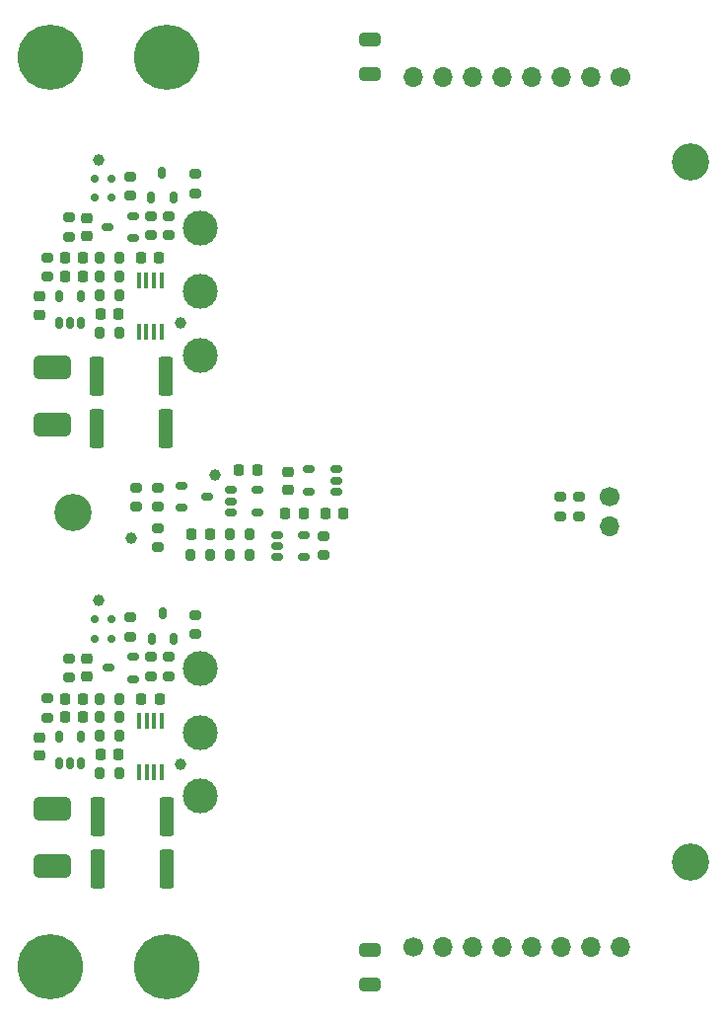
<source format=gbr>
%TF.GenerationSoftware,KiCad,Pcbnew,(6.0.1-0)*%
%TF.CreationDate,2024-02-14T13:59:27+01:00*%
%TF.ProjectId,dcload-power-board,64636c6f-6164-42d7-906f-7765722d626f,rev?*%
%TF.SameCoordinates,Original*%
%TF.FileFunction,Soldermask,Top*%
%TF.FilePolarity,Negative*%
%FSLAX46Y46*%
G04 Gerber Fmt 4.6, Leading zero omitted, Abs format (unit mm)*
G04 Created by KiCad (PCBNEW (6.0.1-0)) date 2024-02-14 13:59:27*
%MOMM*%
%LPD*%
G01*
G04 APERTURE LIST*
G04 Aperture macros list*
%AMRoundRect*
0 Rectangle with rounded corners*
0 $1 Rounding radius*
0 $2 $3 $4 $5 $6 $7 $8 $9 X,Y pos of 4 corners*
0 Add a 4 corners polygon primitive as box body*
4,1,4,$2,$3,$4,$5,$6,$7,$8,$9,$2,$3,0*
0 Add four circle primitives for the rounded corners*
1,1,$1+$1,$2,$3*
1,1,$1+$1,$4,$5*
1,1,$1+$1,$6,$7*
1,1,$1+$1,$8,$9*
0 Add four rect primitives between the rounded corners*
20,1,$1+$1,$2,$3,$4,$5,0*
20,1,$1+$1,$4,$5,$6,$7,0*
20,1,$1+$1,$6,$7,$8,$9,0*
20,1,$1+$1,$8,$9,$2,$3,0*%
G04 Aperture macros list end*
%ADD10C,3.000000*%
%ADD11RoundRect,0.150000X0.150000X-0.350000X0.150000X0.350000X-0.150000X0.350000X-0.150000X-0.350000X0*%
%ADD12RoundRect,0.200000X-0.275000X0.200000X-0.275000X-0.200000X0.275000X-0.200000X0.275000X0.200000X0*%
%ADD13RoundRect,0.200000X-0.200000X-0.275000X0.200000X-0.275000X0.200000X0.275000X-0.200000X0.275000X0*%
%ADD14C,1.000000*%
%ADD15R,0.450000X1.450000*%
%ADD16RoundRect,0.200000X0.275000X-0.200000X0.275000X0.200000X-0.275000X0.200000X-0.275000X-0.200000X0*%
%ADD17RoundRect,0.225000X-0.225000X-0.250000X0.225000X-0.250000X0.225000X0.250000X-0.225000X0.250000X0*%
%ADD18RoundRect,0.200000X0.200000X0.275000X-0.200000X0.275000X-0.200000X-0.275000X0.200000X-0.275000X0*%
%ADD19RoundRect,0.225000X-0.250000X0.225000X-0.250000X-0.225000X0.250000X-0.225000X0.250000X0.225000X0*%
%ADD20RoundRect,0.150000X0.150000X0.200000X-0.150000X0.200000X-0.150000X-0.200000X0.150000X-0.200000X0*%
%ADD21RoundRect,0.225000X0.225000X0.250000X-0.225000X0.250000X-0.225000X-0.250000X0.225000X-0.250000X0*%
%ADD22RoundRect,0.250000X0.362500X1.425000X-0.362500X1.425000X-0.362500X-1.425000X0.362500X-1.425000X0*%
%ADD23RoundRect,0.250000X-0.650000X0.325000X-0.650000X-0.325000X0.650000X-0.325000X0.650000X0.325000X0*%
%ADD24RoundRect,0.225000X0.250000X-0.225000X0.250000X0.225000X-0.250000X0.225000X-0.250000X-0.225000X0*%
%ADD25RoundRect,0.150000X-0.350000X-0.150000X0.350000X-0.150000X0.350000X0.150000X-0.350000X0.150000X0*%
%ADD26C,5.600000*%
%ADD27RoundRect,0.150000X-0.150000X-0.200000X0.150000X-0.200000X0.150000X0.200000X-0.150000X0.200000X0*%
%ADD28C,3.200000*%
%ADD29RoundRect,0.362963X-1.212037X0.617037X-1.212037X-0.617037X1.212037X-0.617037X1.212037X0.617037X0*%
%ADD30RoundRect,0.150000X0.350000X0.150000X-0.350000X0.150000X-0.350000X-0.150000X0.350000X-0.150000X0*%
%ADD31RoundRect,0.250000X0.650000X-0.325000X0.650000X0.325000X-0.650000X0.325000X-0.650000X-0.325000X0*%
%ADD32C,1.700000*%
%ADD33O,1.700000X1.700000*%
G04 APERTURE END LIST*
D10*
%TO.C,Q200*%
X126920000Y-70650000D03*
X126920000Y-76100000D03*
X126920000Y-81550000D03*
%TD*%
D11*
%TO.C,U200*%
X114775000Y-78750000D03*
X115725000Y-78750000D03*
X116675000Y-78750000D03*
X116675000Y-76450000D03*
X114775000Y-76450000D03*
%TD*%
D12*
%TO.C,R100*%
X123300000Y-96375000D03*
X123300000Y-98025000D03*
%TD*%
D13*
%TO.C,R306*%
X118275000Y-112600000D03*
X119925000Y-112600000D03*
%TD*%
D12*
%TO.C,R302*%
X126480000Y-103825000D03*
X126480000Y-105475000D03*
%TD*%
%TO.C,R308*%
X113750000Y-110975000D03*
X113750000Y-112625000D03*
%TD*%
D13*
%TO.C,R105*%
X126075000Y-98700000D03*
X127725000Y-98700000D03*
%TD*%
D12*
%TO.C,R201*%
X124200000Y-69625000D03*
X124200000Y-71275000D03*
%TD*%
D14*
%TO.C,TP100*%
X121000000Y-97200000D03*
%TD*%
D13*
%TO.C,R106*%
X129475000Y-98700000D03*
X131125000Y-98700000D03*
%TD*%
D12*
%TO.C,R200*%
X122650000Y-69625000D03*
X122650000Y-71275000D03*
%TD*%
D15*
%TO.C,U201*%
X123575000Y-75100000D03*
X122925000Y-75100000D03*
X122275000Y-75100000D03*
X121625000Y-75100000D03*
X121625000Y-79500000D03*
X122275000Y-79500000D03*
X122925000Y-79500000D03*
X123575000Y-79500000D03*
%TD*%
D16*
%TO.C,R311*%
X120930000Y-105675000D03*
X120930000Y-104025000D03*
%TD*%
D14*
%TO.C,TP301*%
X118180000Y-102600000D03*
%TD*%
D17*
%TO.C,C102*%
X137625000Y-95100000D03*
X139175000Y-95100000D03*
%TD*%
D14*
%TO.C,TP300*%
X125200000Y-116600000D03*
%TD*%
D18*
%TO.C,R210*%
X119925000Y-73200000D03*
X118275000Y-73200000D03*
%TD*%
D19*
%TO.C,C305*%
X117200000Y-107575000D03*
X117200000Y-109125000D03*
%TD*%
D12*
%TO.C,R202*%
X126450000Y-66025000D03*
X126450000Y-67675000D03*
%TD*%
D20*
%TO.C,D300*%
X117880000Y-105850000D03*
X119280000Y-105850000D03*
%TD*%
D18*
%TO.C,R305*%
X119925000Y-114200000D03*
X118275000Y-114200000D03*
%TD*%
D21*
%TO.C,C203*%
X116825000Y-74800000D03*
X115275000Y-74800000D03*
%TD*%
D11*
%TO.C,Q302*%
X122717500Y-105843750D03*
X124617500Y-105843750D03*
X123667500Y-103668750D03*
%TD*%
D21*
%TO.C,C302*%
X119875000Y-115800000D03*
X118325000Y-115800000D03*
%TD*%
D22*
%TO.C,R304*%
X123992500Y-125625000D03*
X118067500Y-125625000D03*
%TD*%
D23*
%TO.C,C100*%
X141500000Y-54475000D03*
X141500000Y-57425000D03*
%TD*%
D17*
%TO.C,C105*%
X126165000Y-96900000D03*
X127715000Y-96900000D03*
%TD*%
D16*
%TO.C,R211*%
X120900000Y-67875000D03*
X120900000Y-66225000D03*
%TD*%
D21*
%TO.C,C304*%
X116825000Y-111000000D03*
X115275000Y-111000000D03*
%TD*%
D15*
%TO.C,U301*%
X123605000Y-112900000D03*
X122955000Y-112900000D03*
X122305000Y-112900000D03*
X121655000Y-112900000D03*
X121655000Y-117300000D03*
X122305000Y-117300000D03*
X122955000Y-117300000D03*
X123605000Y-117300000D03*
%TD*%
D19*
%TO.C,C103*%
X134400000Y-91550000D03*
X134400000Y-93100000D03*
%TD*%
D13*
%TO.C,R307*%
X118275000Y-117400000D03*
X119925000Y-117400000D03*
%TD*%
D21*
%TO.C,C204*%
X116825000Y-73200000D03*
X115275000Y-73200000D03*
%TD*%
D24*
%TO.C,C300*%
X113100000Y-115875000D03*
X113100000Y-114325000D03*
%TD*%
D14*
%TO.C,TP200*%
X125200000Y-78800000D03*
%TD*%
D18*
%TO.C,R205*%
X119925000Y-76400000D03*
X118275000Y-76400000D03*
%TD*%
D17*
%TO.C,C301*%
X121855000Y-111000000D03*
X123405000Y-111000000D03*
%TD*%
D11*
%TO.C,U300*%
X114775000Y-116550000D03*
X115725000Y-116550000D03*
X116675000Y-116550000D03*
X116675000Y-114250000D03*
X114775000Y-114250000D03*
%TD*%
D25*
%TO.C,U103*%
X129520000Y-93120000D03*
X129520000Y-94070000D03*
X129520000Y-95020000D03*
X131820000Y-95020000D03*
X131820000Y-93120000D03*
%TD*%
D26*
%TO.C,H105*%
X124000000Y-134000000D03*
%TD*%
D16*
%TO.C,R107*%
X159437500Y-95350000D03*
X159437500Y-93700000D03*
%TD*%
D17*
%TO.C,C104*%
X134225000Y-95100000D03*
X135775000Y-95100000D03*
%TD*%
D16*
%TO.C,R101*%
X123300000Y-94525000D03*
X123300000Y-92875000D03*
%TD*%
D17*
%TO.C,C106*%
X130225000Y-91400000D03*
X131775000Y-91400000D03*
%TD*%
D18*
%TO.C,R310*%
X119955000Y-111000000D03*
X118305000Y-111000000D03*
%TD*%
D26*
%TO.C,H106*%
X114000000Y-134000000D03*
%TD*%
D27*
%TO.C,D201*%
X119250000Y-66397500D03*
X117850000Y-66397500D03*
%TD*%
D28*
%TO.C,H100*%
X169000000Y-125000000D03*
%TD*%
D25*
%TO.C,U102*%
X133530000Y-96950000D03*
X133530000Y-97900000D03*
X133530000Y-98850000D03*
X135830000Y-98850000D03*
X135830000Y-96950000D03*
%TD*%
D29*
%TO.C,F300*%
X114230000Y-120425000D03*
X114230000Y-125335000D03*
%TD*%
D30*
%TO.C,Q201*%
X121137500Y-71500000D03*
X121137500Y-69600000D03*
X118962500Y-70550000D03*
%TD*%
D24*
%TO.C,C200*%
X113100000Y-78075000D03*
X113100000Y-76525000D03*
%TD*%
D16*
%TO.C,R209*%
X115600000Y-71375000D03*
X115600000Y-69725000D03*
%TD*%
D28*
%TO.C,H102*%
X116000000Y-95000000D03*
%TD*%
D16*
%TO.C,R309*%
X115600000Y-109175000D03*
X115600000Y-107525000D03*
%TD*%
D13*
%TO.C,R207*%
X118275000Y-79600000D03*
X119925000Y-79600000D03*
%TD*%
D14*
%TO.C,TP101*%
X128200000Y-91850000D03*
%TD*%
D29*
%TO.C,F200*%
X114200000Y-82625000D03*
X114200000Y-87535000D03*
%TD*%
D31*
%TO.C,C101*%
X141500000Y-135525000D03*
X141500000Y-132575000D03*
%TD*%
D13*
%TO.C,R206*%
X118275000Y-74800000D03*
X119925000Y-74800000D03*
%TD*%
D12*
%TO.C,R208*%
X113750000Y-73175000D03*
X113750000Y-74825000D03*
%TD*%
D21*
%TO.C,C303*%
X116825000Y-112600000D03*
X115275000Y-112600000D03*
%TD*%
D12*
%TO.C,R301*%
X124230000Y-107425000D03*
X124230000Y-109075000D03*
%TD*%
%TO.C,R102*%
X121400000Y-92875000D03*
X121400000Y-94525000D03*
%TD*%
D21*
%TO.C,C202*%
X119875000Y-78000000D03*
X118325000Y-78000000D03*
%TD*%
D26*
%TO.C,H104*%
X114000000Y-56000000D03*
%TD*%
D22*
%TO.C,R204*%
X123962500Y-87825000D03*
X118037500Y-87825000D03*
%TD*%
D30*
%TO.C,Q301*%
X121167500Y-109300000D03*
X121167500Y-107400000D03*
X118992500Y-108350000D03*
%TD*%
D12*
%TO.C,R300*%
X122680000Y-107425000D03*
X122680000Y-109075000D03*
%TD*%
D19*
%TO.C,C205*%
X117200000Y-69775000D03*
X117200000Y-71325000D03*
%TD*%
D30*
%TO.C,U100*%
X138550000Y-93250000D03*
X138550000Y-92300000D03*
X138550000Y-91350000D03*
X136250000Y-91350000D03*
X136250000Y-93250000D03*
%TD*%
D22*
%TO.C,R303*%
X123992500Y-121125000D03*
X118067500Y-121125000D03*
%TD*%
D27*
%TO.C,D301*%
X119280000Y-104197500D03*
X117880000Y-104197500D03*
%TD*%
D16*
%TO.C,R103*%
X137470000Y-98705000D03*
X137470000Y-97055000D03*
%TD*%
D18*
%TO.C,R104*%
X131125000Y-96900000D03*
X129475000Y-96900000D03*
%TD*%
D12*
%TO.C,R108*%
X157800000Y-93700000D03*
X157800000Y-95350000D03*
%TD*%
D10*
%TO.C,Q300*%
X126920000Y-108450000D03*
X126920000Y-113900000D03*
X126920000Y-119350000D03*
%TD*%
D25*
%TO.C,U101*%
X125312500Y-92750000D03*
X125312500Y-94650000D03*
X127487500Y-93700000D03*
%TD*%
D11*
%TO.C,Q202*%
X122687500Y-68043750D03*
X124587500Y-68043750D03*
X123637500Y-65868750D03*
%TD*%
D17*
%TO.C,C201*%
X121825000Y-73200000D03*
X123375000Y-73200000D03*
%TD*%
D14*
%TO.C,TP201*%
X118150000Y-64800000D03*
%TD*%
D22*
%TO.C,R203*%
X123962500Y-83325000D03*
X118037500Y-83325000D03*
%TD*%
D28*
%TO.C,H101*%
X169000000Y-65000000D03*
%TD*%
D20*
%TO.C,D200*%
X117850000Y-68050000D03*
X119250000Y-68050000D03*
%TD*%
D26*
%TO.C,H103*%
X124000000Y-56000000D03*
%TD*%
D32*
%TO.C,J103*%
X162037500Y-93692500D03*
D33*
X162037500Y-96232500D03*
%TD*%
D32*
%TO.C,J100*%
X163000000Y-57700000D03*
D33*
X160460000Y-57700000D03*
X157920000Y-57700000D03*
X155380000Y-57700000D03*
X152840000Y-57700000D03*
X150300000Y-57700000D03*
X147760000Y-57700000D03*
X145220000Y-57700000D03*
%TD*%
D32*
%TO.C,J101*%
X145220000Y-132300000D03*
D33*
X147760000Y-132300000D03*
X150300000Y-132300000D03*
X152840000Y-132300000D03*
X155380000Y-132300000D03*
X157920000Y-132300000D03*
X160460000Y-132300000D03*
X163000000Y-132300000D03*
%TD*%
M02*

</source>
